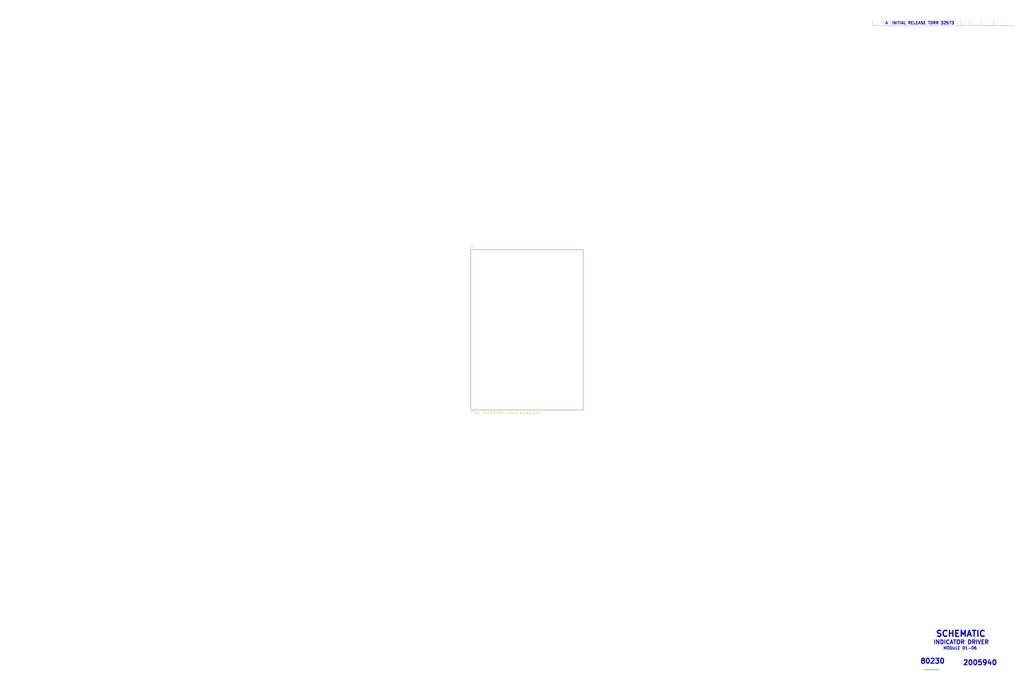
<source format=kicad_sch>
(kicad_sch (version 20211123) (generator eeschema)
  (paper "User" 1295.4 863.6)
  (lib_symbols)
  (polyline (pts (xy 1215.009 25.019) (xy 1215.009 32.258)) (stroke (width 0) (type solid)))
  (polyline (pts (xy 1227.709 25.146) (xy 1227.709 32.385)) (stroke (width 0) (type solid)))
  (polyline (pts (xy 1117.092 25.146) (xy 1117.092 32.385)) (stroke (width 0) (type solid)))
  (polyline (pts (xy 1104.011 25.146) (xy 1104.011 32.385)) (stroke (width 0) (type solid)))
  (polyline (pts (xy 1104.011 32.385) (xy 1282.827 32.385)) (stroke (width 0) (type solid)))
  (polyline (pts (xy 1240.409 25.146) (xy 1240.409 32.385)) (stroke (width 0) (type solid)))
  (polyline (pts (xy 1256.919 25.146) (xy 1256.919 32.385)) (stroke (width 0) (type solid)))
  (polyline (pts (xy 1168.654 847.8012) (xy 1188.0596 847.8012)) (stroke (width 0.381) (type solid)))
  (polyline (pts (xy 1126.617 25.146) (xy 1126.617 32.385)) (stroke (width 0) (type solid)))
  (text "A  INITIAL RELEASE TDRR 32573" (at 1119.632 31.242 0) (effects (font (size 3.556 3.556) (thickness 0.7112) bold) (justify left bottom)))
  (text "2005940" (at 1217.7776 842.6196 0) (effects (font (size 6.35 6.35) (thickness 1.27) bold) (justify left bottom)))
  (text "80230" (at 1195.705 840.74 180) (effects (font (size 6.35 6.35) (thickness 1.27) bold) (justify right bottom)))
  (text "INDICATOR DRIVER" (at 1180.592 816.0004 0) (effects (font (size 5.08 5.08) (thickness 1.016) bold) (justify left bottom)))
  (text "SCHEMATIC" (at 1183.4368 806.8564 0) (effects (font (size 7.62 7.62) (thickness 1.524) bold) (justify left bottom)))
  (text "MODULE D1-D6" (at 1192.9872 822.706 0) (effects (font (size 3.556 3.556) (thickness 0.7112) bold) (justify left bottom)))
  (text "1" (at 1254.6076 848.8172 0) (effects (font (size 0 0)) (justify left bottom)))
  (sheet (at 595.63 316.23) (size 142.24 202.565)
    (property "Sheet name" "1" (at 595.63 314.3754 0) (effects (font (size 3.556 3.556)) (justify left bottom)))
    (property "Sheet file" "2005940A-p1of1.kicad_sch" (at 595.63 520.294 0) (effects (font (size 3.556 3.556)) (justify left top)))
  )
)
</source>
